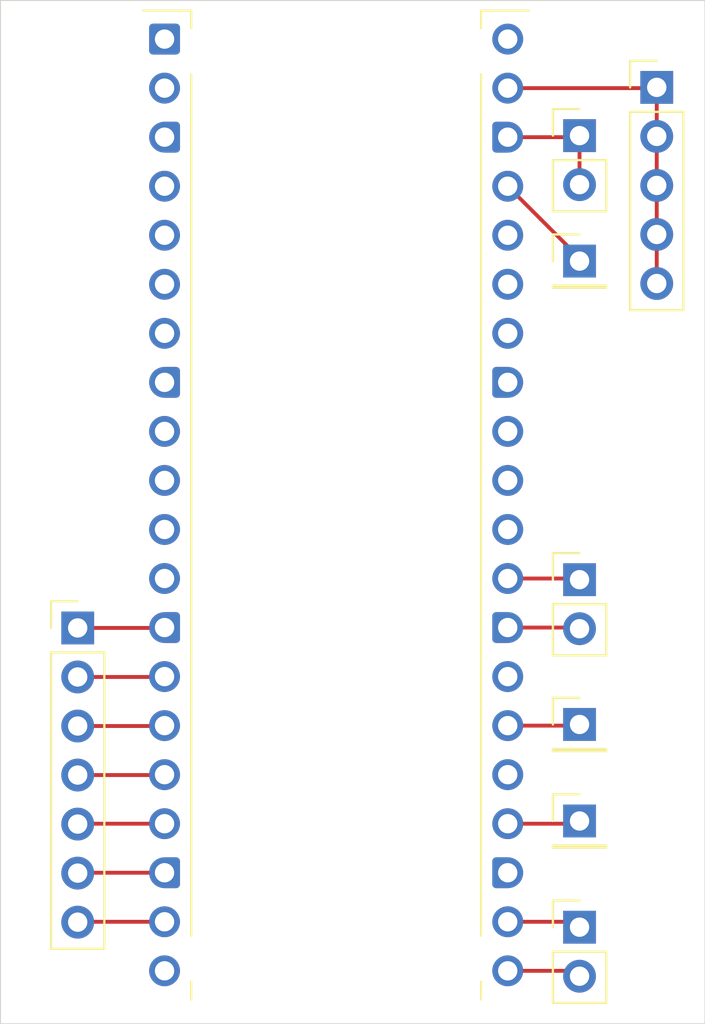
<source format=kicad_pcb>
(kicad_pcb (version 20241229) (generator "pcbnew") (generator_version "9.0")
  (layers (0 "F.Cu" signal) (2 "B.Cu" signal) (13 "F.Paste" user) (15 "B.Paste" user) (5 "F.SilkS" user "F.Silkscreen") (7 "B.SilkS" user "B.Silkscreen") (1 "F.Mask" user) (3 "B.Mask" user) (25 "Edge.Cuts" user))
  (net 0 "")
  (footprint "Connector_PinHeader_2.54mm:PinHeader_1x05_P2.54mm_Vertical" (layer "F.Cu") (at 170 62)
    (property "Reference" "REF**" (hide yes))
    (property "Value" "PinHeader_1x05_P2.54mm_Vertical" (hide yes))
    (fp_line (start -1.38 -1.38) (end 0 -1.38) (stroke (width 0.12)) (layer "F.SilkS"))
    (fp_line (start -1.38 0) (end -1.38 -1.38) (stroke (width 0.12)) (layer "F.SilkS"))
    (fp_line (start -1.38 1.27) (end -1.38 11.54) (stroke (width 0.12)) (layer "F.SilkS"))
    (fp_line (start -1.38 1.27) (end 1.38 1.27) (stroke (width 0.12)) (layer "F.SilkS"))
    (fp_line (start -1.38 11.54) (end 1.38 11.54) (stroke (width 0.12)) (layer "F.SilkS"))
    (fp_line (start 1.38 1.27) (end 1.38 11.54) (stroke (width 0.12)) (layer "F.SilkS"))
    (pad "1" thru_hole rect (at 0 0) (size 1.7 1.7) (drill 1) (layers "*.Cu" "*.Mask"))
    (pad "2" thru_hole circle (at 0 2.54) (size 1.7 1.7) (drill 1) (layers "*.Cu" "*.Mask"))
    (pad "3" thru_hole circle (at 0 5.08) (size 1.7 1.7) (drill 1) (layers "*.Cu" "*.Mask"))
    (pad "4" thru_hole circle (at 0 7.62) (size 1.7 1.7) (drill 1) (layers "*.Cu" "*.Mask"))
    (pad "5" thru_hole circle (at 0 10.16) (size 1.7 1.7) (drill 1) (layers "*.Cu" "*.Mask"))
  )
  (footprint "Connector_PinHeader_2.54mm:PinHeader_1x01_P2.54mm_Vertical" (layer "F.Cu") (at 166 71)
    (property "Reference" "REF**" (hide yes))
    (property "Value" "PinHeader_1x01_P2.54mm_Vertical" (hide yes))
    (fp_line (start -1.38 -1.38) (end 0 -1.38) (stroke (width 0.12)) (layer "F.SilkS"))
    (fp_line (start -1.38 0) (end -1.38 -1.38) (stroke (width 0.12)) (layer "F.SilkS"))
    (fp_line (start -1.38 1.27) (end -1.38 1.38) (stroke (width 0.12)) (layer "F.SilkS"))
    (fp_line (start -1.38 1.27) (end 1.38 1.27) (stroke (width 0.12)) (layer "F.SilkS"))
    (fp_line (start -1.38 1.38) (end 1.38 1.38) (stroke (width 0.12)) (layer "F.SilkS"))
    (fp_line (start 1.38 1.27) (end 1.38 1.38) (stroke (width 0.12)) (layer "F.SilkS"))
    (pad "1" thru_hole rect (at 0 0) (size 1.7 1.7) (drill 1) (layers "*.Cu" "*.Mask"))
  )
  (footprint "Connector_PinHeader_2.54mm:PinHeader_1x07_P2.54mm_Vertical" (layer "F.Cu") (at 140 90)
    (property "Reference" "REF**" (hide yes))
    (property "Value" "PinHeader_1x07_P2.54mm_Vertical" (hide yes))
    (fp_line (start -1.38 -1.38) (end 0 -1.38) (stroke (width 0.12)) (layer "F.SilkS"))
    (fp_line (start -1.38 0) (end -1.38 -1.38) (stroke (width 0.12)) (layer "F.SilkS"))
    (fp_line (start -1.38 1.27) (end -1.38 16.62) (stroke (width 0.12)) (layer "F.SilkS"))
    (fp_line (start -1.38 1.27) (end 1.38 1.27) (stroke (width 0.12)) (layer "F.SilkS"))
    (fp_line (start -1.38 16.62) (end 1.38 16.62) (stroke (width 0.12)) (layer "F.SilkS"))
    (fp_line (start 1.38 1.27) (end 1.38 16.62) (stroke (width 0.12)) (layer "F.SilkS"))
    (pad "1" thru_hole rect (at 0 0) (size 1.7 1.7) (drill 1) (layers "*.Cu" "*.Mask"))
    (pad "2" thru_hole circle (at 0 2.54) (size 1.7 1.7) (drill 1) (layers "*.Cu" "*.Mask"))
    (pad "3" thru_hole circle (at 0 5.08) (size 1.7 1.7) (drill 1) (layers "*.Cu" "*.Mask"))
    (pad "4" thru_hole circle (at 0 7.62) (size 1.7 1.7) (drill 1) (layers "*.Cu" "*.Mask"))
    (pad "5" thru_hole circle (at 0 10.16) (size 1.7 1.7) (drill 1) (layers "*.Cu" "*.Mask"))
    (pad "6" thru_hole circle (at 0 12.7) (size 1.7 1.7) (drill 1) (layers "*.Cu" "*.Mask"))
    (pad "7" thru_hole circle (at 0 15.24) (size 1.7 1.7) (drill 1) (layers "*.Cu" "*.Mask"))
  )
  (footprint "Connector_PinHeader_2.54mm:PinHeader_1x02_P2.54mm_Vertical" (layer "F.Cu") (at 166 87.5)
    (property "Reference" "REF**" (hide yes))
    (property "Value" "PinHeader_1x02_P2.54mm_Vertical" (hide yes))
    (fp_line (start -1.38 -1.38) (end 0 -1.38) (stroke (width 0.12)) (layer "F.SilkS"))
    (fp_line (start -1.38 0) (end -1.38 -1.38) (stroke (width 0.12)) (layer "F.SilkS"))
    (fp_line (start -1.38 1.27) (end -1.38 3.92) (stroke (width 0.12)) (layer "F.SilkS"))
    (fp_line (start -1.38 1.27) (end 1.38 1.27) (stroke (width 0.12)) (layer "F.SilkS"))
    (fp_line (start -1.38 3.92) (end 1.38 3.92) (stroke (width 0.12)) (layer "F.SilkS"))
    (fp_line (start 1.38 1.27) (end 1.38 3.92) (stroke (width 0.12)) (layer "F.SilkS"))
    (pad "1" thru_hole rect (at 0 0) (size 1.7 1.7) (drill 1) (layers "*.Cu" "*.Mask"))
    (pad "2" thru_hole circle (at 0 2.54) (size 1.7 1.7) (drill 1) (layers "*.Cu" "*.Mask"))
  )
  (footprint "Connector_PinHeader_2.54mm:PinHeader_1x02_P2.54mm_Vertical" (layer "F.Cu") (at 166 64.5)
    (property "Reference" "REF**" (hide yes))
    (property "Value" "PinHeader_1x02_P2.54mm_Vertical" (hide yes))
    (fp_line (start -1.38 -1.38) (end 0 -1.38) (stroke (width 0.12)) (layer "F.SilkS"))
    (fp_line (start -1.38 0) (end -1.38 -1.38) (stroke (width 0.12)) (layer "F.SilkS"))
    (fp_line (start -1.38 1.27) (end -1.38 3.92) (stroke (width 0.12)) (layer "F.SilkS"))
    (fp_line (start -1.38 1.27) (end 1.38 1.27) (stroke (width 0.12)) (layer "F.SilkS"))
    (fp_line (start -1.38 3.92) (end 1.38 3.92) (stroke (width 0.12)) (layer "F.SilkS"))
    (fp_line (start 1.38 1.27) (end 1.38 3.92) (stroke (width 0.12)) (layer "F.SilkS"))
    (pad "1" thru_hole rect (at 0 0) (size 1.7 1.7) (drill 1) (layers "*.Cu" "*.Mask"))
    (pad "2" thru_hole circle (at 0 2.54) (size 1.7 1.7) (drill 1) (layers "*.Cu" "*.Mask"))
  )
  (footprint "Connector_PinHeader_2.54mm:PinHeader_1x01_P2.54mm_Vertical" (layer "F.Cu") (at 166 100)
    (property "Reference" "REF**" (hide yes))
    (property "Value" "PinHeader_1x01_P2.54mm_Vertical" (hide yes))
    (fp_line (start -1.38 -1.38) (end 0 -1.38) (stroke (width 0.12)) (layer "F.SilkS"))
    (fp_line (start -1.38 0) (end -1.38 -1.38) (stroke (width 0.12)) (layer "F.SilkS"))
    (fp_line (start -1.38 1.27) (end -1.38 1.38) (stroke (width 0.12)) (layer "F.SilkS"))
    (fp_line (start -1.38 1.27) (end 1.38 1.27) (stroke (width 0.12)) (layer "F.SilkS"))
    (fp_line (start -1.38 1.38) (end 1.38 1.38) (stroke (width 0.12)) (layer "F.SilkS"))
    (fp_line (start 1.38 1.27) (end 1.38 1.38) (stroke (width 0.12)) (layer "F.SilkS"))
    (pad "1" thru_hole rect (at 0 0) (size 1.7 1.7) (drill 1) (layers "*.Cu" "*.Mask"))
  )
  (footprint "Module:RaspberryPi_Pico_Common_THT" (layer "F.Cu") (at 144.5 59.5)
    (property "Reference" "REF**" (hide yes))
    (property "Value" "RaspberryPi_Pico_Common_THT" (hide yes))
    (fp_line (start -1.11 -1.48) (end 1.38 -1.48) (stroke (width 0.12)) (layer "F.SilkS"))
    (fp_line (start 1.38 -1.48) (end 1.38 -0.56648) (stroke (width 0.12)) (layer "F.SilkS"))
    (fp_line (start 1.38 1.82648) (end 1.38 46.43352) (stroke (width 0.12)) (layer "F.SilkS"))
    (fp_line (start 1.38 48.82648) (end 1.38 49.74) (stroke (width 0.12)) (layer "F.SilkS"))
    (fp_line (start 16.4 -1.48) (end 16.4 -0.56648) (stroke (width 0.12)) (layer "F.SilkS"))
    (fp_line (start 16.4 1.82648) (end 16.4 46.43352) (stroke (width 0.12)) (layer "F.SilkS"))
    (fp_line (start 16.4 48.82648) (end 16.4 49.74) (stroke (width 0.12)) (layer "F.SilkS"))
    (fp_line (start 18.89 -1.48) (end 16.4 -1.48) (stroke (width 0.12)) (layer "F.SilkS"))
    (pad "1" thru_hole roundrect (at 0 0) (size 1.6 1.6) (drill 1) (layers "*.Cu" "*.Mask") (roundrect_rratio 0.125))
    (pad "2" thru_hole circle (at 0 2.54) (size 1.6 1.6) (drill 1) (layers "*.Cu" "*.Mask"))
    (pad "3" thru_hole custom (at 0 5.08) (size 1.6 1.6) (drill 1) (layers "*.Cu" "*.Mask") (options (clearance outline) (anchor circle)) (primitives (gr_poly (pts (xy 0.8 0.6) (xy 0.8 -0.6) (xy 0.6 -0.8) (xy 0 -0.8) (xy 0 0.8) (xy 0.6 0.8)) (width 0) (fill yes)) (gr_circle (center 0.6 0.6) (end 0.8 0.6) (width 0) (fill yes)) (gr_circle (center 0.6 -0.6) (end 0.8 -0.6) (width 0) (fill yes))))
    (pad "4" thru_hole circle (at 0 7.62) (size 1.6 1.6) (drill 1) (layers "*.Cu" "*.Mask"))
    (pad "5" thru_hole circle (at 0 10.16) (size 1.6 1.6) (drill 1) (layers "*.Cu" "*.Mask"))
    (pad "6" thru_hole circle (at 0 12.7) (size 1.6 1.6) (drill 1) (layers "*.Cu" "*.Mask"))
    (pad "7" thru_hole circle (at 0 15.24) (size 1.6 1.6) (drill 1) (layers "*.Cu" "*.Mask"))
    (pad "8" thru_hole custom (at 0 17.78) (size 1.6 1.6) (drill 1) (layers "*.Cu" "*.Mask") (options (clearance outline) (anchor circle)) (primitives (gr_poly (pts (xy 0.8 0.6) (xy 0.8 -0.6) (xy 0.6 -0.8) (xy 0 -0.8) (xy 0 0.8) (xy 0.6 0.8)) (width 0) (fill yes)) (gr_circle (center 0.6 0.6) (end 0.8 0.6) (width 0) (fill yes)) (gr_circle (center 0.6 -0.6) (end 0.8 -0.6) (width 0) (fill yes))))
    (pad "9" thru_hole circle (at 0 20.32) (size 1.6 1.6) (drill 1) (layers "*.Cu" "*.Mask"))
    (pad "10" thru_hole circle (at 0 22.86) (size 1.6 1.6) (drill 1) (layers "*.Cu" "*.Mask"))
    (pad "11" thru_hole circle (at 0 25.4) (size 1.6 1.6) (drill 1) (layers "*.Cu" "*.Mask"))
    (pad "12" thru_hole circle (at 0 27.94) (size 1.6 1.6) (drill 1) (layers "*.Cu" "*.Mask"))
    (pad "13" thru_hole custom (at 0 30.48) (size 1.6 1.6) (drill 1) (layers "*.Cu" "*.Mask") (options (clearance outline) (anchor circle)) (primitives (gr_poly (pts (xy 0.8 0.6) (xy 0.8 -0.6) (xy 0.6 -0.8) (xy 0 -0.8) (xy 0 0.8) (xy 0.6 0.8)) (width 0) (fill yes)) (gr_circle (center 0.6 0.6) (end 0.8 0.6) (width 0) (fill yes)) (gr_circle (center 0.6 -0.6) (end 0.8 -0.6) (width 0) (fill yes))))
    (pad "14" thru_hole circle (at 0 33.02) (size 1.6 1.6) (drill 1) (layers "*.Cu" "*.Mask"))
    (pad "15" thru_hole circle (at 0 35.56) (size 1.6 1.6) (drill 1) (layers "*.Cu" "*.Mask"))
    (pad "16" thru_hole circle (at 0 38.1) (size 1.6 1.6) (drill 1) (layers "*.Cu" "*.Mask"))
    (pad "17" thru_hole circle (at 0 40.64) (size 1.6 1.6) (drill 1) (layers "*.Cu" "*.Mask"))
    (pad "18" thru_hole custom (at 0 43.18) (size 1.6 1.6) (drill 1) (layers "*.Cu" "*.Mask") (options (clearance outline) (anchor circle)) (primitives (gr_poly (pts (xy 0.8 0.6) (xy 0.8 -0.6) (xy 0.6 -0.8) (xy 0 -0.8) (xy 0 0.8) (xy 0.6 0.8)) (width 0) (fill yes)) (gr_circle (center 0.6 0.6) (end 0.8 0.6) (width 0) (fill yes)) (gr_circle (center 0.6 -0.6) (end 0.8 -0.6) (width 0) (fill yes))))
    (pad "19" thru_hole circle (at 0 45.72) (size 1.6 1.6) (drill 1) (layers "*.Cu" "*.Mask"))
    (pad "20" thru_hole circle (at 0 48.26) (size 1.6 1.6) (drill 1) (layers "*.Cu" "*.Mask"))
    (pad "21" thru_hole circle (at 17.78 48.26) (size 1.6 1.6) (drill 1) (layers "*.Cu" "*.Mask"))
    (pad "22" thru_hole circle (at 17.78 45.72) (size 1.6 1.6) (drill 1) (layers "*.Cu" "*.Mask"))
    (pad "23" thru_hole custom (at 17.78 43.18) (size 1.6 1.6) (drill 1) (layers "*.Cu" "*.Mask") (options (clearance outline) (anchor circle)) (primitives (gr_poly (pts (xy -0.8 0.6) (xy -0.8 -0.6) (xy -0.6 -0.8) (xy 0 -0.8) (xy 0 0.8) (xy -0.6 0.8)) (width 0) (fill yes)) (gr_circle (center -0.6 0.6) (end -0.4 0.6) (width 0) (fill yes)) (gr_circle (center -0.6 -0.6) (end -0.4 -0.6) (width 0) (fill yes))))
    (pad "24" thru_hole circle (at 17.78 40.64) (size 1.6 1.6) (drill 1) (layers "*.Cu" "*.Mask"))
    (pad "25" thru_hole circle (at 17.78 38.1) (size 1.6 1.6) (drill 1) (layers "*.Cu" "*.Mask"))
    (pad "26" thru_hole circle (at 17.78 35.56) (size 1.6 1.6) (drill 1) (layers "*.Cu" "*.Mask"))
    (pad "27" thru_hole circle (at 17.78 33.02) (size 1.6 1.6) (drill 1) (layers "*.Cu" "*.Mask"))
    (pad "28" thru_hole custom (at 17.78 30.48) (size 1.6 1.6) (drill 1) (layers "*.Cu" "*.Mask") (options (clearance outline) (anchor circle)) (primitives (gr_poly (pts (xy -0.8 0.6) (xy -0.8 -0.6) (xy -0.6 -0.8) (xy 0 -0.8) (xy 0 0.8) (xy -0.6 0.8)) (width 0) (fill yes)) (gr_circle (center -0.6 0.6) (end -0.4 0.6) (width 0) (fill yes)) (gr_circle (center -0.6 -0.6) (end -0.4 -0.6) (width 0) (fill yes))))
    (pad "29" thru_hole circle (at 17.78 27.94) (size 1.6 1.6) (drill 1) (layers "*.Cu" "*.Mask"))
    (pad "30" thru_hole circle (at 17.78 25.4) (size 1.6 1.6) (drill 1) (layers "*.Cu" "*.Mask"))
    (pad "31" thru_hole circle (at 17.78 22.86) (size 1.6 1.6) (drill 1) (layers "*.Cu" "*.Mask"))
    (pad "32" thru_hole circle (at 17.78 20.32) (size 1.6 1.6) (drill 1) (layers "*.Cu" "*.Mask"))
    (pad "33" thru_hole custom (at 17.78 17.78) (size 1.6 1.6) (drill 1) (layers "*.Cu" "*.Mask") (options (clearance outline) (anchor circle)) (primitives (gr_poly (pts (xy -0.8 0.6) (xy -0.8 -0.6) (xy -0.6 -0.8) (xy 0 -0.8) (xy 0 0.8) (xy -0.6 0.8)) (width 0) (fill yes)) (gr_circle (center -0.6 0.6) (end -0.4 0.6) (width 0) (fill yes)) (gr_circle (center -0.6 -0.6) (end -0.4 -0.6) (width 0) (fill yes))))
    (pad "34" thru_hole circle (at 17.78 15.24) (size 1.6 1.6) (drill 1) (layers "*.Cu" "*.Mask"))
    (pad "35" thru_hole circle (at 17.78 12.7) (size 1.6 1.6) (drill 1) (layers "*.Cu" "*.Mask"))
    (pad "36" thru_hole circle (at 17.78 10.16) (size 1.6 1.6) (drill 1) (layers "*.Cu" "*.Mask"))
    (pad "37" thru_hole circle (at 17.78 7.62) (size 1.6 1.6) (drill 1) (layers "*.Cu" "*.Mask"))
    (pad "38" thru_hole custom (at 17.78 5.08) (size 1.6 1.6) (drill 1) (layers "*.Cu" "*.Mask") (options (clearance outline) (anchor circle)) (primitives (gr_poly (pts (xy -0.8 0.6) (xy -0.8 -0.6) (xy -0.6 -0.8) (xy 0 -0.8) (xy 0 0.8) (xy -0.6 0.8)) (width 0) (fill yes)) (gr_circle (center -0.6 0.6) (end -0.4 0.6) (width 0) (fill yes)) (gr_circle (center -0.6 -0.6) (end -0.4 -0.6) (width 0) (fill yes))))
    (pad "39" thru_hole circle (at 17.78 2.54) (size 1.6 1.6) (drill 1) (layers "*.Cu" "*.Mask"))
    (pad "40" thru_hole circle (at 17.78 0) (size 1.6 1.6) (drill 1) (layers "*.Cu" "*.Mask"))
  )
  (footprint "Connector_PinHeader_2.54mm:PinHeader_1x01_P2.54mm_Vertical" (layer "F.Cu") (at 166 95)
    (property "Reference" "REF**" (hide yes))
    (property "Value" "PinHeader_1x01_P2.54mm_Vertical" (hide yes))
    (fp_line (start -1.38 -1.38) (end 0 -1.38) (stroke (width 0.12)) (layer "F.SilkS"))
    (fp_line (start -1.38 0) (end -1.38 -1.38) (stroke (width 0.12)) (layer "F.SilkS"))
    (fp_line (start -1.38 1.27) (end -1.38 1.38) (stroke (width 0.12)) (layer "F.SilkS"))
    (fp_line (start -1.38 1.27) (end 1.38 1.27) (stroke (width 0.12)) (layer "F.SilkS"))
    (fp_line (start -1.38 1.38) (end 1.38 1.38) (stroke (width 0.12)) (layer "F.SilkS"))
    (fp_line (start 1.38 1.27) (end 1.38 1.38) (stroke (width 0.12)) (layer "F.SilkS"))
    (pad "1" thru_hole rect (at 0 0) (size 1.7 1.7) (drill 1) (layers "*.Cu" "*.Mask"))
  )
  (footprint "Connector_PinHeader_2.54mm:PinHeader_1x02_P2.54mm_Vertical" (layer "F.Cu") (at 166 105.5)
    (property "Reference" "REF**" (hide yes))
    (property "Value" "PinHeader_1x02_P2.54mm_Vertical" (hide yes))
    (fp_line (start -1.38 -1.38) (end 0 -1.38) (stroke (width 0.12)) (layer "F.SilkS"))
    (fp_line (start -1.38 0) (end -1.38 -1.38) (stroke (width 0.12)) (layer "F.SilkS"))
    (fp_line (start -1.38 1.27) (end -1.38 3.92) (stroke (width 0.12)) (layer "F.SilkS"))
    (fp_line (start -1.38 1.27) (end 1.38 1.27) (stroke (width 0.12)) (layer "F.SilkS"))
    (fp_line (start -1.38 3.92) (end 1.38 3.92) (stroke (width 0.12)) (layer "F.SilkS"))
    (fp_line (start 1.38 1.27) (end 1.38 3.92) (stroke (width 0.12)) (layer "F.SilkS"))
    (pad "1" thru_hole rect (at 0 0) (size 1.7 1.7) (drill 1) (layers "*.Cu" "*.Mask"))
    (pad "2" thru_hole circle (at 0 2.54) (size 1.7 1.7) (drill 1) (layers "*.Cu" "*.Mask"))
  )
  (gr_rect (start 136 57.5) (end 172.5 110.5) (stroke (width 0.05)) (fill no) (layer "Edge.Cuts"))
  (segment (start 165.72 105.22) (end 166 105.5) (width 0.2) (layer "F.Cu") (net 0))
  (segment (start 165.94 89.98) (end 166 90.04) (width 0.2) (layer "F.Cu") (net 0))
  (segment (start 140.02 105.22) (end 140 105.24) (width 0.2) (layer "F.Cu") (net 0))
  (segment (start 162.28 95.06) (end 165.94 95.06) (width 0.2) (layer "F.Cu") (net 0))
  (segment (start 166 70.84) (end 166 71) (width 0.2) (layer "F.Cu") (net 0))
  (segment (start 144.5 100.14) (end 140.02 100.14) (width 0.2) (layer "F.Cu") (net 0))
  (segment (start 144.48 92.54) (end 144.5 92.52) (width 0.2) (layer "F.Cu") (net 0))
  (segment (start 166 64.5) (end 166 67.04) (width 0.2) (layer "F.Cu") (net 0))
  (segment (start 162.28 105.22) (end 165.72 105.22) (width 0.2) (layer "F.Cu") (net 0))
  (segment (start 162.28 87.44) (end 165.94 87.44) (width 0.2) (layer "F.Cu") (net 0))
  (segment (start 144.5 92.52) (end 144.5 92.5) (width 0.2) (layer "F.Cu") (net 0))
  (segment (start 165.72 107.76) (end 166 108.04) (width 0.2) (layer "F.Cu") (net 0))
  (segment (start 162.28 67.12) (end 166 70.84) (width 0.2) (layer "F.Cu") (net 0))
  (segment (start 165.94 95.06) (end 166 95) (width 0.2) (layer "F.Cu") (net 0))
  (segment (start 165.94 87.44) (end 166 87.5) (width 0.2) (layer "F.Cu") (net 0))
  (segment (start 140.02 100.14) (end 140 100.16) (width 0.2) (layer "F.Cu") (net 0))
  (segment (start 170 69.62) (end 170 72.16) (width 0.2) (layer "F.Cu") (net 0))
  (segment (start 170 62) (end 170 64.54) (width 0.2) (layer "F.Cu") (net 0))
  (segment (start 162.28 62.04) (end 169.96 62.04) (width 0.2) (layer "F.Cu") (net 0))
  (segment (start 170 64.54) (end 170 67.08) (width 0.2) (layer "F.Cu") (net 0))
  (segment (start 144.48 97.62) (end 144.5 97.6) (width 0.2) (layer "F.Cu") (net 0))
  (segment (start 140 97.62) (end 144.48 97.62) (width 0.2) (layer "F.Cu") (net 0))
  (segment (start 170 67.08) (end 170 69.62) (width 0.2) (layer "F.Cu") (net 0))
  (segment (start 162.28 107.76) (end 165.72 107.76) (width 0.2) (layer "F.Cu") (net 0))
  (segment (start 144.5 105.22) (end 140.02 105.22) (width 0.2) (layer "F.Cu") (net 0))
  (segment (start 144.5 102.68) (end 140.02 102.68) (width 0.2) (layer "F.Cu") (net 0))
  (segment (start 140 92.54) (end 144.48 92.54) (width 0.2) (layer "F.Cu") (net 0))
  (segment (start 140.02 102.68) (end 140 102.7) (width 0.2) (layer "F.Cu") (net 0))
  (segment (start 162.28 100.14) (end 165.86 100.14) (width 0.2) (layer "F.Cu") (net 0))
  (segment (start 144.48 90) (end 144.5 89.98) (width 0.2) (layer "F.Cu") (net 0))
  (segment (start 162.28 64.58) (end 165.92 64.58) (width 0.2) (layer "F.Cu") (net 0))
  (segment (start 140 95.08) (end 144.48 95.08) (width 0.2) (layer "F.Cu") (net 0))
  (segment (start 169.96 62.04) (end 170 62) (width 0.2) (layer "F.Cu") (net 0))
  (segment (start 140 90) (end 144.48 90) (width 0.2) (layer "F.Cu") (net 0))
  (segment (start 165.92 64.58) (end 166 64.5) (width 0.2) (layer "F.Cu") (net 0))
  (segment (start 165.86 100.14) (end 166 100) (width 0.2) (layer "F.Cu") (net 0))
  (segment (start 162.28 89.98) (end 165.94 89.98) (width 0.2) (layer "F.Cu") (net 0))
  (segment (start 144.48 95.08) (end 144.5 95.06) (width 0.2) (layer "F.Cu") (net 0))
)
</source>
